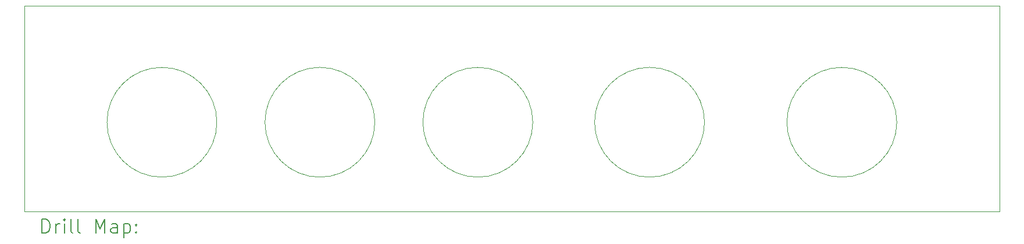
<source format=gbr>
%FSLAX45Y45*%
G04 Gerber Fmt 4.5, Leading zero omitted, Abs format (unit mm)*
G04 Created by KiCad (PCBNEW (6.0.0)) date 2022-06-26 22:50:55*
%MOMM*%
%LPD*%
G01*
G04 APERTURE LIST*
%TA.AperFunction,Profile*%
%ADD10C,0.050000*%
%TD*%
%ADD11C,0.200000*%
G04 APERTURE END LIST*
D10*
X3400000Y-6000000D02*
X17600000Y-6000000D01*
X17600000Y-3000000D02*
X3400000Y-3000000D01*
X10800000Y-4700000D02*
G75*
G03*
X10800000Y-4700000I-800000J0D01*
G01*
X16100000Y-4700000D02*
G75*
G03*
X16100000Y-4700000I-800000J0D01*
G01*
X6200000Y-4700000D02*
G75*
G03*
X6200000Y-4700000I-800000J0D01*
G01*
X13300000Y-4700000D02*
G75*
G03*
X13300000Y-4700000I-800000J0D01*
G01*
X17600000Y-3000000D02*
X17600000Y-6000000D01*
X8500000Y-4700000D02*
G75*
G03*
X8500000Y-4700000I-800000J0D01*
G01*
X3400000Y-6000000D02*
X3400000Y-3000000D01*
D11*
X3655119Y-6312976D02*
X3655119Y-6112976D01*
X3702738Y-6112976D01*
X3731309Y-6122500D01*
X3750357Y-6141548D01*
X3759881Y-6160595D01*
X3769405Y-6198690D01*
X3769405Y-6227262D01*
X3759881Y-6265357D01*
X3750357Y-6284405D01*
X3731309Y-6303452D01*
X3702738Y-6312976D01*
X3655119Y-6312976D01*
X3855119Y-6312976D02*
X3855119Y-6179643D01*
X3855119Y-6217738D02*
X3864643Y-6198690D01*
X3874167Y-6189167D01*
X3893214Y-6179643D01*
X3912262Y-6179643D01*
X3978928Y-6312976D02*
X3978928Y-6179643D01*
X3978928Y-6112976D02*
X3969405Y-6122500D01*
X3978928Y-6132024D01*
X3988452Y-6122500D01*
X3978928Y-6112976D01*
X3978928Y-6132024D01*
X4102738Y-6312976D02*
X4083690Y-6303452D01*
X4074167Y-6284405D01*
X4074167Y-6112976D01*
X4207500Y-6312976D02*
X4188452Y-6303452D01*
X4178928Y-6284405D01*
X4178928Y-6112976D01*
X4436071Y-6312976D02*
X4436071Y-6112976D01*
X4502738Y-6255833D01*
X4569405Y-6112976D01*
X4569405Y-6312976D01*
X4750357Y-6312976D02*
X4750357Y-6208214D01*
X4740833Y-6189167D01*
X4721786Y-6179643D01*
X4683690Y-6179643D01*
X4664643Y-6189167D01*
X4750357Y-6303452D02*
X4731310Y-6312976D01*
X4683690Y-6312976D01*
X4664643Y-6303452D01*
X4655119Y-6284405D01*
X4655119Y-6265357D01*
X4664643Y-6246309D01*
X4683690Y-6236786D01*
X4731310Y-6236786D01*
X4750357Y-6227262D01*
X4845595Y-6179643D02*
X4845595Y-6379643D01*
X4845595Y-6189167D02*
X4864643Y-6179643D01*
X4902738Y-6179643D01*
X4921786Y-6189167D01*
X4931310Y-6198690D01*
X4940833Y-6217738D01*
X4940833Y-6274881D01*
X4931310Y-6293928D01*
X4921786Y-6303452D01*
X4902738Y-6312976D01*
X4864643Y-6312976D01*
X4845595Y-6303452D01*
X5026548Y-6293928D02*
X5036071Y-6303452D01*
X5026548Y-6312976D01*
X5017024Y-6303452D01*
X5026548Y-6293928D01*
X5026548Y-6312976D01*
X5026548Y-6189167D02*
X5036071Y-6198690D01*
X5026548Y-6208214D01*
X5017024Y-6198690D01*
X5026548Y-6189167D01*
X5026548Y-6208214D01*
M02*

</source>
